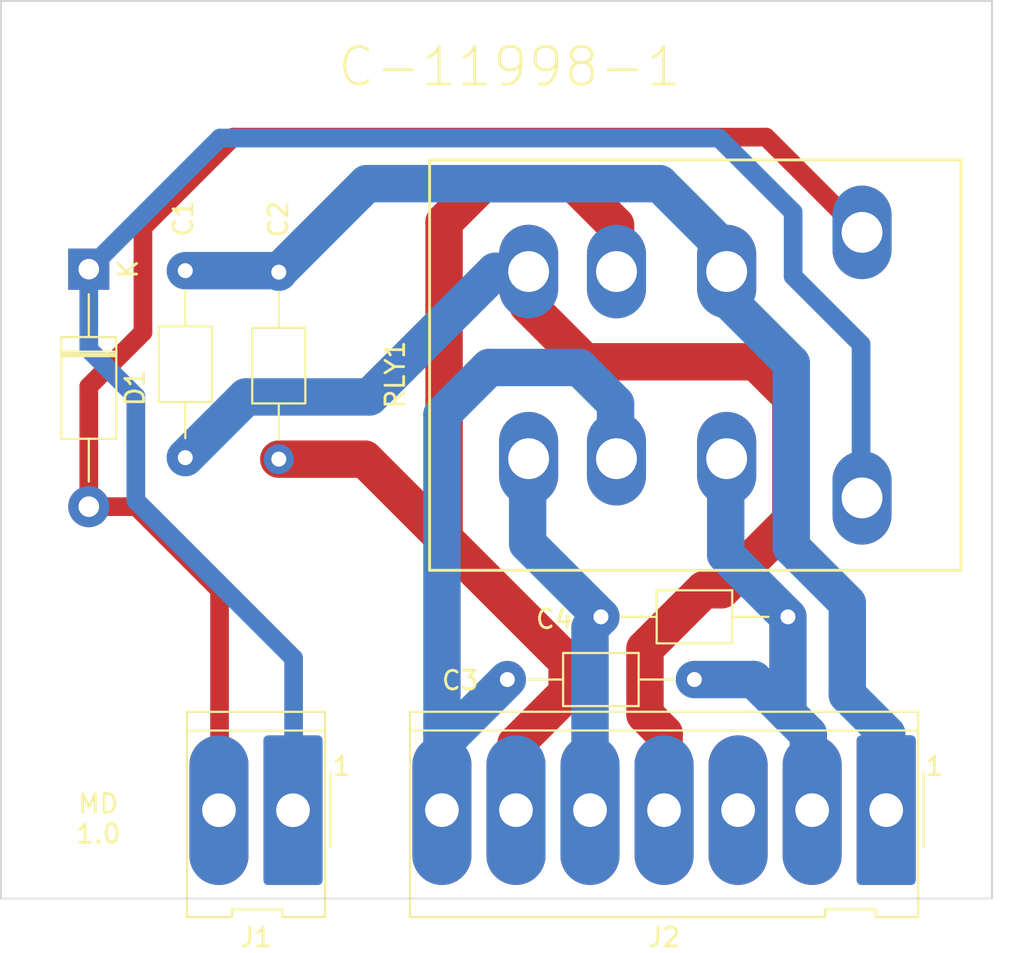
<source format=kicad_pcb>
(kicad_pcb (version 20221018) (generator pcbnew)
  (title_block (title "System 11 C-11998-1 relay") (date "2024-01-15") (rev "1.0") (company "Marc Deslauriers"))
  (layers (0 "F.Cu" signal) (31 "B.Cu" signal) (34 "B.Paste" user) (35 "F.Paste" user) (36 "B.SilkS" user "B.Silkscreen") (37 "F.SilkS" user "F.Silkscreen") (38 "B.Mask" user) (39 "F.Mask" user) (44 "Edge.Cuts" user))
  (net 0 "")
  (net 1 "Net-(J2-Pin_4)")
  (net 2 "Net-(J2-Pin_1)")
  (net 3 "Net-(J2-Pin_6)")
  (net 4 "Net-(J2-Pin_7)")
  (net 5 "Net-(J2-Pin_2)")
  (net 6 "Net-(J2-Pin_5)")
  (net 7 "Net-(D1-K)")
  (net 8 "Net-(D1-A)")
  (footprint "MountingHole:MountingHole_3.2mm_M3" (layer "F.Cu") (at 149.64 104.196)
    (fp_text reference "H1" hide)
    (fp_text value "MountingHole")
    (pad "" np_thru_hole circle (at 0 0) (size 3.2 3.2) (drill 3.2) (layers "*.Cu" "*.Mask"))
  )
  (footprint "Capacitor_THT:C_Axial_L3.8mm_D2.6mm_P10.00mm_Horizontal" (layer "F.Cu") (at 114.935 124.587 90)
    (fp_text reference "C2" (at 12.827 -0.0254 90) (layer "F.SilkS"))
    (fp_text value "Unpopulated" hide)
    (fp_line (start 1.04 0) (end 2.98 0) (stroke (width 0.12)) (layer "F.SilkS"))
    (fp_line (start 2.98 -1.42) (end 2.98 1.42) (stroke (width 0.12)) (layer "F.SilkS"))
    (fp_line (start 2.98 1.42) (end 7.02 1.42) (stroke (width 0.12)) (layer "F.SilkS"))
    (fp_line (start 7.02 -1.42) (end 2.98 -1.42) (stroke (width 0.12)) (layer "F.SilkS"))
    (fp_line (start 7.02 1.42) (end 7.02 -1.42) (stroke (width 0.12)) (layer "F.SilkS"))
    (fp_line (start 8.96 0) (end 7.02 0) (stroke (width 0.12)) (layer "F.SilkS"))
    (pad "1" thru_hole circle (at 0 0 90) (size 1.6 1.6) (drill 0.8) (layers "*.Cu" "*.Mask") (net 3 "Net-(J2-Pin_6)"))
    (pad "2" thru_hole oval (at 10 0 90) (size 1.6 1.6) (drill 0.8) (layers "*.Cu" "*.Mask") (net 2 "Net-(J2-Pin_1)"))
  )
  (footprint "MountingHole:MountingHole_3.2mm_M3" (layer "F.Cu") (at 149.64 135.926)
    (fp_text reference "H3" hide)
    (fp_text value "MountingHole")
    (pad "" np_thru_hole circle (at 0 0) (size 3.2 3.2) (drill 3.2) (layers "*.Cu" "*.Mask"))
  )
  (footprint "MountingHole:MountingHole_3.2mm_M3" (layer "F.Cu") (at 105.24 104.196)
    (fp_text reference "H2" hide)
    (fp_text value "MountingHole")
    (pad "" np_thru_hole circle (at 0 0) (size 3.2 3.2) (drill 3.2) (layers "*.Cu" "*.Mask"))
  )
  (footprint "Library:K10P-11D55-24" (layer "F.Cu") (at 128.2954 124.5616 90)
    (fp_text reference "RLY1" (at 4.4958 -7.1374 90 unlocked) (layer "F.SilkS"))
    (fp_text value "K10P-11D55-24")
    (fp_line (start -5.969 -5.2959) (end -5.969 23.1267) (stroke (width 0.1524)) (layer "F.SilkS"))
    (fp_line (start -5.969 23.1267) (end 15.9766 23.1267) (stroke (width 0.1524)) (layer "F.SilkS"))
    (fp_line (start 15.9766 -5.2959) (end -5.969 -5.2959) (stroke (width 0.1524)) (layer "F.SilkS"))
    (fp_line (start 15.9766 23.1267) (end 15.9766 -5.2959) (stroke (width 0.1524)) (layer "F.SilkS"))
    (pad "1" thru_hole oval (at 0 0 90) (size 5 3.16) (drill 2.1844) (layers "*.Cu" "*.Mask") (net 6 "Net-(J2-Pin_5)"))
    (pad "2" thru_hole oval (at 10.0076 0 90) (size 5 3.16) (drill 2.1844) (layers "*.Cu" "*.Mask") (net 1 "Net-(J2-Pin_4)"))
    (pad "3" thru_hole oval (at 0 4.699 90) (size 5 3.16) (drill 2.1844) (layers "*.Cu" "*.Mask") (net 4 "Net-(J2-Pin_7)"))
    (pad "4" thru_hole oval (at 10.0076 4.699 90) (size 5 3.16) (drill 2.1844) (layers "*.Cu" "*.Mask") (net 3 "Net-(J2-Pin_6)"))
    (pad "5" thru_hole oval (at 0 10.5918 90) (size 5 3.16) (drill 2.1844) (layers "*.Cu" "*.Mask") (net 5 "Net-(J2-Pin_2)"))
    (pad "6" thru_hole oval (at 10.0076 10.5918 90) (size 5 3.16) (drill 2.1844) (layers "*.Cu" "*.Mask") (net 2 "Net-(J2-Pin_1)"))
    (pad "7" thru_hole oval (at -2.0955 17.8308 90) (size 5 3.16) (drill 2.1844) (layers "*.Cu" "*.Mask") (net 7 "Net-(D1-K)"))
    (pad "8" thru_hole oval (at 12.1031 17.8308 90) (size 5 3.16) (drill 2.1844) (layers "*.Cu" "*.Mask") (net 8 "Net-(D1-A)"))
  )
  (footprint "Library:Molex_KK-396_5273-02A_1x02_P3.96mm_Vertical_mod" (layer "F.Cu") (at 115.6958 143.3612 180)
    (fp_text reference "J1" (at 1.98 -6.8 180) (layer "F.SilkS"))
    (fp_text value "Conn_01x02")
    (fp_line (start -2 -2) (end -2 2) (stroke (width 0.12)) (layer "F.SilkS"))
    (fp_line (start -1.71 -5.71) (end 0.57 -5.71) (stroke (width 0.12)) (layer "F.SilkS"))
    (fp_line (start -1.71 4.26) (end -1.71 -5.71) (stroke (width 0.12)) (layer "F.SilkS"))
    (fp_line (start -1.71 4.26) (end 5.67 4.26) (stroke (width 0.12)) (layer "F.SilkS"))
    (fp_line (start -1.71 5.26) (end -1.71 4.26) (stroke (width 0.12)) (layer "F.SilkS"))
    (fp_line (start 0.57 -5.71) (end 0.57 -5.31) (stroke (width 0.12)) (layer "F.SilkS"))
    (fp_line (start 0.57 -5.31) (end 3.27 -5.31) (stroke (width 0.12)) (layer "F.SilkS"))
    (fp_line (start 3.27 -5.71) (end 5.67 -5.71) (stroke (width 0.12)) (layer "F.SilkS"))
    (fp_line (start 3.27 -5.31) (end 3.27 -5.71) (stroke (width 0.12)) (layer "F.SilkS"))
    (fp_line (start 5.67 -5.71) (end 5.67 5.26) (stroke (width 0.12)) (layer "F.SilkS"))
    (fp_line (start 5.67 5.26) (end -1.71 5.26) (stroke (width 0.12)) (layer "F.SilkS"))
    (pad "1" thru_hole roundrect (at 0 0 180) (size 3.16 8) (drill 1.8) (layers "*.Cu" "*.Mask") (roundrect_rratio 0.07911392405) (net 7 "Net-(D1-K)"))
    (pad "2" thru_hole oval (at 3.96 0 180) (size 3.16 8) (drill 1.8) (layers "*.Cu" "*.Mask") (net 8 "Net-(D1-A)"))
  )
  (footprint "MountingHole:MountingHole_3.2mm_M3" (layer "F.Cu") (at 105.24 135.926)
    (fp_text reference "H4" hide)
    (fp_text value "MountingHole")
    (pad "" np_thru_hole circle (at 0 0) (size 3.2 3.2) (drill 3.2) (layers "*.Cu" "*.Mask"))
  )
  (footprint "Diode_THT:D_DO-41_SOD81_P12.70mm_Horizontal" (layer "F.Cu") (at 104.775 114.427 -90)
    (fp_text reference "D1" (at 6.35 -2.47 -90) (layer "F.SilkS"))
    (fp_text value "1N4001")
    (fp_text user "K" (at 0 -2.1 -90) (layer "F.SilkS"))
    (fp_line (start 1.34 0) (end 3.63 0) (stroke (width 0.12)) (layer "F.SilkS"))
    (fp_line (start 3.63 -1.47) (end 3.63 1.47) (stroke (width 0.12)) (layer "F.SilkS"))
    (fp_line (start 3.63 1.47) (end 9.07 1.47) (stroke (width 0.12)) (layer "F.SilkS"))
    (fp_line (start 4.41 -1.47) (end 4.41 1.47) (stroke (width 0.12)) (layer "F.SilkS"))
    (fp_line (start 4.53 -1.47) (end 4.53 1.47) (stroke (width 0.12)) (layer "F.SilkS"))
    (fp_line (start 4.65 -1.47) (end 4.65 1.47) (stroke (width 0.12)) (layer "F.SilkS"))
    (fp_line (start 9.07 -1.47) (end 3.63 -1.47) (stroke (width 0.12)) (layer "F.SilkS"))
    (fp_line (start 9.07 1.47) (end 9.07 -1.47) (stroke (width 0.12)) (layer "F.SilkS"))
    (fp_line (start 11.36 0) (end 9.07 0) (stroke (width 0.12)) (layer "F.SilkS"))
    (pad "1" thru_hole rect (at 0 0 270) (size 2.2 2.2) (drill 1.1) (layers "*.Cu" "*.Mask") (net 7 "Net-(D1-K)"))
    (pad "2" thru_hole oval (at 12.7 0 270) (size 2.2 2.2) (drill 1.1) (layers "*.Cu" "*.Mask") (net 8 "Net-(D1-A)"))
  )
  (footprint "Library:Molex_KK-396_5273-07A_1x07_P3.96mm_Vertical_mod" (layer "F.Cu") (at 147.4192 143.3576 180)
    (fp_text reference "J2" (at 11.88 -6.8 180) (layer "F.SilkS"))
    (fp_text value "Conn_01x07")
    (fp_line (start -2 -2) (end -2 2) (stroke (width 0.12)) (layer "F.SilkS"))
    (fp_line (start -1.71 -5.71) (end 0.57 -5.71) (stroke (width 0.12)) (layer "F.SilkS"))
    (fp_line (start -1.71 4.26) (end -1.71 -5.71) (stroke (width 0.12)) (layer "F.SilkS"))
    (fp_line (start -1.71 4.26) (end 25.47 4.26) (stroke (width 0.12)) (layer "F.SilkS"))
    (fp_line (start -1.71 5.26) (end -1.71 4.26) (stroke (width 0.12)) (layer "F.SilkS"))
    (fp_line (start 0.57 -5.71) (end 0.57 -5.31) (stroke (width 0.12)) (layer "F.SilkS"))
    (fp_line (start 0.57 -5.31) (end 3.27 -5.31) (stroke (width 0.12)) (layer "F.SilkS"))
    (fp_line (start 3.27 -5.71) (end 25.47 -5.71) (stroke (width 0.12)) (layer "F.SilkS"))
    (fp_line (start 3.27 -5.31) (end 3.27 -5.71) (stroke (width 0.12)) (layer "F.SilkS"))
    (fp_line (start 25.47 -5.71) (end 25.47 5.26) (stroke (width 0.12)) (layer "F.SilkS"))
    (fp_line (start 25.47 5.26) (end -1.71 5.26) (stroke (width 0.12)) (layer "F.SilkS"))
    (pad "1" thru_hole roundrect (at 0 0 180) (size 3.16 8) (drill 1.8) (layers "*.Cu" "*.Mask") (roundrect_rratio 0.07911392405) (net 2 "Net-(J2-Pin_1)"))
    (pad "2" thru_hole oval (at 3.96 0 180) (size 3.16 8) (drill 1.8) (layers "*.Cu" "*.Mask") (net 5 "Net-(J2-Pin_2)"))
    (pad "3" thru_hole oval (at 7.92 0 180) (size 3.16 8) (drill 1.8) (layers "*.Cu" "*.Mask"))
    (pad "4" thru_hole oval (at 11.88 0 180) (size 3.16 8) (drill 1.8) (layers "*.Cu" "*.Mask") (net 1 "Net-(J2-Pin_4)"))
    (pad "5" thru_hole oval (at 15.84 0 180) (size 3.16 8) (drill 1.8) (layers "*.Cu" "*.Mask") (net 6 "Net-(J2-Pin_5)"))
    (pad "6" thru_hole oval (at 19.8 0 180) (size 3.16 8) (drill 1.8) (layers "*.Cu" "*.Mask") (net 3 "Net-(J2-Pin_6)"))
    (pad "7" thru_hole oval (at 23.76 0 180) (size 3.16 8) (drill 1.8) (layers "*.Cu" "*.Mask") (net 4 "Net-(J2-Pin_7)"))
  )
  (footprint "Capacitor_THT:C_Axial_L3.8mm_D2.6mm_P10.00mm_Horizontal" (layer "F.Cu") (at 109.935 124.507 90)
    (fp_text reference "C1" (at 12.7978 -0.1054 90) (layer "F.SilkS"))
    (fp_text value "Unpopulated" hide)
    (fp_line (start 1.04 0) (end 2.98 0) (stroke (width 0.12)) (layer "F.SilkS"))
    (fp_line (start 2.98 -1.42) (end 2.98 1.42) (stroke (width 0.12)) (layer "F.SilkS"))
    (fp_line (start 2.98 1.42) (end 7.02 1.42) (stroke (width 0.12)) (layer "F.SilkS"))
    (fp_line (start 7.02 -1.42) (end 2.98 -1.42) (stroke (width 0.12)) (layer "F.SilkS"))
    (fp_line (start 7.02 1.42) (end 7.02 -1.42) (stroke (width 0.12)) (layer "F.SilkS"))
    (fp_line (start 8.96 0) (end 7.02 0) (stroke (width 0.12)) (layer "F.SilkS"))
    (pad "1" thru_hole circle (at 0 0 90) (size 1.6 1.6) (drill 0.8) (layers "*.Cu" "*.Mask") (net 1 "Net-(J2-Pin_4)"))
    (pad "2" thru_hole oval (at 10 0 90) (size 1.6 1.6) (drill 0.8) (layers "*.Cu" "*.Mask") (net 2 "Net-(J2-Pin_1)"))
  )
  (footprint "Capacitor_THT:C_Axial_L3.8mm_D2.6mm_P10.00mm_Horizontal" (layer "F.Cu") (at 132.1638 133.0198)
    (fp_text reference "C4" (at -2.4968 0.127) (layer "F.SilkS"))
    (fp_text value "Unpopulated" hide)
    (fp_line (start 1.04 0) (end 2.98 0) (stroke (width 0.12)) (layer "F.SilkS"))
    (fp_line (start 2.98 -1.42) (end 2.98 1.42) (stroke (width 0.12)) (layer "F.SilkS"))
    (fp_line (start 2.98 1.42) (end 7.02 1.42) (stroke (width 0.12)) (layer "F.SilkS"))
    (fp_line (start 7.02 -1.42) (end 2.98 -1.42) (stroke (width 0.12)) (layer "F.SilkS"))
    (fp_line (start 7.02 1.42) (end 7.02 -1.42) (stroke (width 0.12)) (layer "F.SilkS"))
    (fp_line (start 8.96 0) (end 7.02 0) (stroke (width 0.12)) (layer "F.SilkS"))
    (pad "1" thru_hole circle (at 0 0) (size 1.6 1.6) (drill 0.8) (layers "*.Cu" "*.Mask") (net 6 "Net-(J2-Pin_5)"))
    (pad "2" thru_hole oval (at 10 0) (size 1.6 1.6) (drill 0.8) (layers "*.Cu" "*.Mask") (net 5 "Net-(J2-Pin_2)"))
  )
  (footprint "Capacitor_THT:C_Axial_L3.8mm_D2.6mm_P10.00mm_Horizontal" (layer "F.Cu") (at 127.16 136.3726)
    (fp_text reference "C3" (at -2.5222 0.0508) (layer "F.SilkS"))
    (fp_text value "Unpopulated" hide)
    (fp_line (start 1.04 0) (end 2.98 0) (stroke (width 0.12)) (layer "F.SilkS"))
    (fp_line (start 2.98 -1.42) (end 2.98 1.42) (stroke (width 0.12)) (layer "F.SilkS"))
    (fp_line (start 2.98 1.42) (end 7.02 1.42) (stroke (width 0.12)) (layer "F.SilkS"))
    (fp_line (start 7.02 -1.42) (end 2.98 -1.42) (stroke (width 0.12)) (layer "F.SilkS"))
    (fp_line (start 7.02 1.42) (end 7.02 -1.42) (stroke (width 0.12)) (layer "F.SilkS"))
    (fp_line (start 8.96 0) (end 7.02 0) (stroke (width 0.12)) (layer "F.SilkS"))
    (pad "1" thru_hole circle (at 0 0) (size 1.6 1.6) (drill 0.8) (layers "*.Cu" "*.Mask") (net 4 "Net-(J2-Pin_7)"))
    (pad "2" thru_hole oval (at 10 0) (size 1.6 1.6) (drill 0.8) (layers "*.Cu" "*.Mask") (net 5 "Net-(J2-Pin_2)"))
  )
  (gr_rect locked (start 100.076 100.082) (end 153.076 148.082) (stroke (width 0.1)) (fill none) (layer "Edge.Cuts"))
  (gr_text "C-11998-1" (at 117.983 104.775) (layer "F.SilkS") (effects (font (size 2 2)) (justify left bottom)))
  (gr_text "1" (at 117.7276 141.5862) (layer "F.SilkS") (effects (font (size 1 1)) (justify left bottom)))
  (gr_text "MD\n1.0" (at 105.283 145.2118) (layer "F.SilkS") (effects (font (size 1 1)) (justify bottom)))
  (gr_text "1" (at 149.4216 141.5862) (layer "F.SilkS") (effects (font (size 1 1)) (justify left bottom)))
  (segment (start 137.668 131.572) (end 138.6078 131.572) (width 2) (layer "F.Cu") (net 1))
  (segment (start 142.3162 127.8636) (end 142.3162 121.2596) (width 2) (layer "F.Cu") (net 1))
  (segment (start 134.5184 138.2378) (end 134.5184 134.7216) (width 2) (layer "F.Cu") (net 1))
  (segment (start 128.2446 116.332) (end 128.2446 114.5413) (width 2) (layer "F.Cu") (net 1))
  (segment (start 134.5184 134.7216) (end 137.668 131.572) (width 2) (layer "F.Cu") (net 1))
  (segment (start 140.4366 119.38) (end 131.2926 119.38) (width 2) (layer "F.Cu") (net 1))
  (segment (start 131.2926 119.38) (end 128.2446 116.332) (width 2) (layer "F.Cu") (net 1))
  (segment (start 135.5416 139.261) (end 134.5184 138.2378) (width 2) (layer "F.Cu") (net 1))
  (segment (start 135.5416 143.5862) (end 135.5416 139.261) (width 2) (layer "F.Cu") (net 1))
  (segment (start 142.3162 121.2596) (end 140.4366 119.38) (width 2) (layer "F.Cu") (net 1))
  (segment (start 138.6078 131.572) (end 142.3162 127.8636) (width 2) (layer "F.Cu") (net 1))
  (segment (start 113.1824 121.2596) (end 119.7864 121.2596) (width 2) (layer "B.Cu") (net 1))
  (segment (start 126.5047 114.5413) (end 128.2446 114.5413) (width 2) (layer "B.Cu") (net 1))
  (segment (start 109.935 124.507) (end 113.1824 121.2596) (width 2) (layer "B.Cu") (net 1))
  (segment (start 119.7864 121.2596) (end 126.5047 114.5413) (width 2) (layer "B.Cu") (net 1))
  (segment (start 142.3416 129.286) (end 145.3388 132.2832) (width 2) (layer "B.Cu") (net 2))
  (segment (start 138.8364 113.3856) (end 135.3058 109.855) (width 2) (layer "B.Cu") (net 2))
  (segment (start 135.3058 109.855) (end 119.634 109.855) (width 2) (layer "B.Cu") (net 2))
  (segment (start 138.8364 114.5413) (end 138.8364 113.3856) (width 2) (layer "B.Cu") (net 2))
  (segment (start 138.8364 115.951) (end 142.3416 119.4562) (width 2) (layer "B.Cu") (net 2))
  (segment (start 119.634 109.855) (end 114.935 114.554) (width 2) (layer "B.Cu") (net 2))
  (segment (start 109.935 114.507) (end 114.855 114.507) (width 2) (layer "B.Cu") (net 2))
  (segment (start 142.3416 119.4562) (end 142.3416 129.286) (width 2) (layer "B.Cu") (net 2))
  (segment (start 145.3388 132.2832) (end 145.3388 137.1854) (width 2) (layer "B.Cu") (net 2))
  (segment (start 114.855 114.507) (end 114.935 114.587) (width 2) (layer "B.Cu") (net 2))
  (segment (start 114.935 114.554) (end 114.935 114.587) (width 2) (layer "B.Cu") (net 2))
  (segment (start 145.3388 137.1854) (end 147.447 139.2936) (width 2) (layer "B.Cu") (net 2))
  (segment (start 147.447 139.2936) (end 147.4216 139.319) (width 2) (layer "B.Cu") (net 2))
  (segment (start 147.4216 139.319) (end 147.4216 143.5862) (width 2) (layer "B.Cu") (net 2))
  (segment (start 138.8364 114.5413) (end 138.8364 115.951) (width 2) (layer "B.Cu") (net 2))
  (segment (start 125.8316 109.855) (end 130.7338 109.855) (width 2) (layer "F.Cu") (net 3))
  (segment (start 119.5324 124.587) (end 123.7742 128.8288) (width 2) (layer "F.Cu") (net 3))
  (segment (start 130.3528 137.0838) (end 130.3528 135.4074) (width 2) (layer "F.Cu") (net 3))
  (segment (start 127.6216 143.5862) (end 127.6216 139.815) (width 2) (layer "F.Cu") (net 3))
  (segment (start 123.7742 111.9124) (end 125.8316 109.855) (width 2) (layer "F.Cu") (net 3))
  (segment (start 127.6216 139.815) (end 130.3528 137.0838) (width 2) (layer "F.Cu") (net 3))
  (segment (start 114.935 124.587) (end 119.5324 124.587) (width 2) (layer "F.Cu") (net 3))
  (segment (start 123.7742 128.8288) (end 123.7742 111.9124) (width 2) (layer "F.Cu") (net 3))
  (segment (start 130.7338 109.855) (end 132.9436 112.0648) (width 2) (layer "F.Cu") (net 3))
  (segment (start 130.3528 135.4074) (end 123.7742 128.8288) (width 2) (layer "F.Cu") (net 3))
  (segment (start 132.9436 112.0648) (end 132.9436 114.5413) (width 2) (layer "F.Cu") (net 3))
  (segment (start 123.6616 139.2428) (end 123.6616 143.5862) (width 2) (layer "B.Cu") (net 4))
  (segment (start 132.9436 124.5489) (end 132.9436 121.6152) (width 2) (layer "B.Cu") (net 4))
  (segment (start 124.2898 139.2428) (end 123.6616 139.2428) (width 2) (layer "B.Cu") (net 4))
  (segment (start 126.1872 119.6848) (end 123.6616 122.2104) (width 2) (layer "B.Cu") (net 4))
  (segment (start 131.0132 119.6848) (end 126.1872 119.6848) (width 2) (layer "B.Cu") (net 4))
  (segment (start 132.9436 121.6152) (end 131.0132 119.6848) (width 2) (layer "B.Cu") (net 4))
  (segment (start 127.16 136.3726) (end 124.2898 139.2428) (width 2) (layer "B.Cu") (net 4))
  (segment (start 123.6616 122.2104) (end 123.6616 139.2428) (width 2) (layer "B.Cu") (net 4))
  (segment (start 140.335 136.3726) (end 142.1638 138.2014) (width 2) (layer "B.Cu") (net 5))
  (segment (start 142.1638 138.2014) (end 142.1638 133.0198) (width 2) (layer "B.Cu") (net 5))
  (segment (start 143.256 139.2936) (end 142.1638 138.2014) (width 2) (layer "B.Cu") (net 5))
  (segment (start 138.8364 129.6924) (end 142.1638 133.0198) (width 2) (layer "B.Cu") (net 5))
  (segment (start 143.256 142.796198) (end 143.256 139.2936) (width 2) (layer "B.Cu") (net 5))
  (segment (start 142.963799 143.088399) (end 143.256 142.796198) (width 2) (layer "B.Cu") (net 5))
  (segment (start 138.8364 124.5489) (end 138.8364 129.6924) (width 2) (layer "B.Cu") (net 5))
  (segment (start 137.16 136.3726) (end 140.335 136.3726) (width 2) (layer "B.Cu") (net 5))
  (segment (start 131.5792 133.6044) (end 132.1638 133.0198) (width 2) (layer "B.Cu") (net 6))
  (segment (start 128.2446 129.1006) (end 132.1638 133.0198) (width 2) (layer "B.Cu") (net 6))
  (segment (start 131.5792 143.3576) (end 131.5792 133.6044) (width 2) (layer "B.Cu") (net 6))
  (segment (start 128.2446 124.5489) (end 128.2446 129.1006) (width 2) (layer "B.Cu") (net 6))
  (segment (start 132.1638 143.004) (end 131.5816 143.5862) (width 2) (layer "B.Cu") (net 6))
  (segment (start 115.7276 135.2348) (end 107.2896 126.7968) (width 1) (layer "B.Cu") (net 7))
  (segment (start 115.7276 143.5862) (end 115.7276 135.2348) (width 1) (layer "B.Cu") (net 7))
  (segment (start 107.2896 126.7968) (end 107.2896 121.2342) (width 1) (layer "B.Cu") (net 7))
  (segment (start 104.775 118.7196) (end 104.775 114.427) (width 1) (layer "B.Cu") (net 7))
  (segment (start 142.4432 114.808) (end 142.4432 111.379) (width 1) (layer "B.Cu") (net 7))
  (segment (start 111.7854 107.4166) (end 104.775 114.427) (width 1) (layer "B.Cu") (net 7))
  (segment (start 146.0754 126.6444) (end 146.0754 118.4402) (width 1) (layer "B.Cu") (net 7))
  (segment (start 138.4808 107.4166) (end 111.7854 107.4166) (width 1) (layer "B.Cu") (net 7))
  (segment (start 142.4432 111.379) (end 138.4808 107.4166) (width 1) (layer "B.Cu") (net 7))
  (segment (start 146.0754 118.4402) (end 142.4432 114.808) (width 1) (layer "B.Cu") (net 7))
  (segment (start 107.2896 121.2342) (end 104.775 118.7196) (width 1) (layer "B.Cu") (net 7))
  (segment (start 107.6706 112.1918) (end 112.4966 107.3658) (width 1) (layer "F.Cu") (net 8))
  (segment (start 112.4966 107.3658) (end 140.9954 107.3658) (width 1) (layer "F.Cu") (net 8))
  (segment (start 104.775 127.127) (end 104.775 120.7008) (width 1) (layer "F.Cu") (net 8))
  (segment (start 140.9954 107.3658) (end 146.0754 112.4458) (width 1) (layer "F.Cu") (net 8))
  (segment (start 111.7676 143.5862) (end 111.7676 131.5796) (width 1) (layer "F.Cu") (net 8))
  (segment (start 104.775 127.127) (end 107.315 127.127) (width 1) (layer "F.Cu") (net 8))
  (segment (start 107.6706 117.8052) (end 107.6706 112.1918) (width 1) (layer "F.Cu") (net 8))
  (segment (start 104.775 120.7008) (end 107.6706 117.8052) (width 1) (layer "F.Cu") (net 8))
  (segment (start 107.315 127.127) (end 111.7676 131.5796) (width 1) (layer "F.Cu") (net 8))
)
</source>
